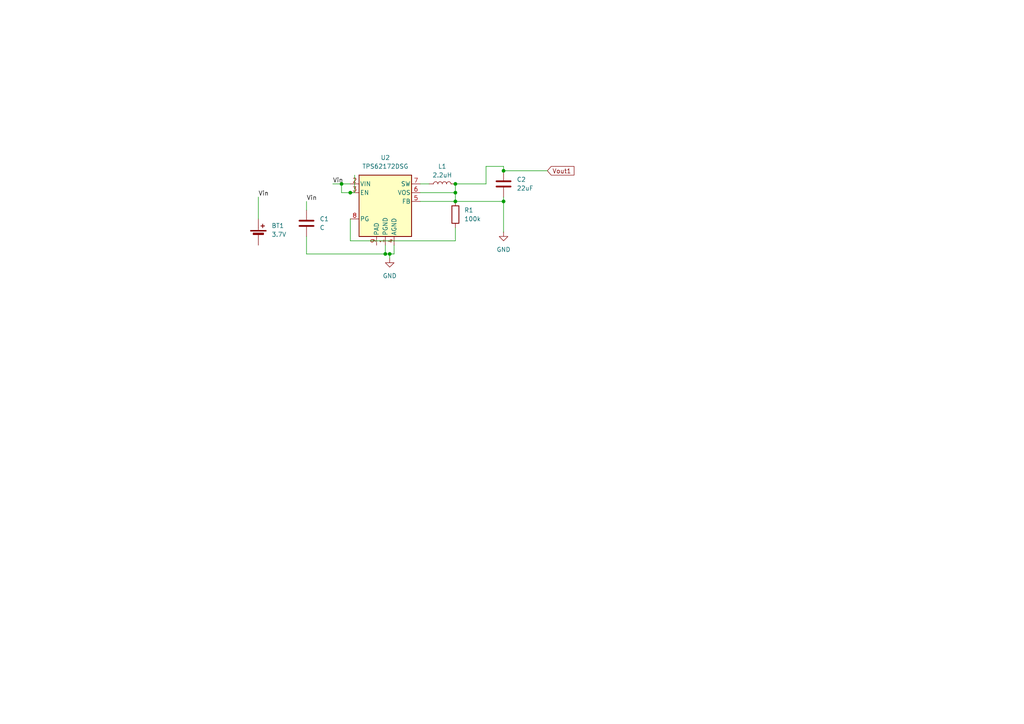
<source format=kicad_sch>
(kicad_sch
	(version 20231120)
	(generator "eeschema")
	(generator_version "8.0")
	(uuid "69b89bc5-ef32-4b14-b574-fcede0ff2705")
	(paper "A4")
	(lib_symbols
		(symbol "Device:Battery_Cell"
			(pin_numbers hide)
			(pin_names
				(offset 0) hide)
			(exclude_from_sim no)
			(in_bom yes)
			(on_board yes)
			(property "Reference" "BT"
				(at 2.54 2.54 0)
				(effects
					(font
						(size 1.27 1.27)
					)
					(justify left)
				)
			)
			(property "Value" "Battery_Cell"
				(at 2.54 0 0)
				(effects
					(font
						(size 1.27 1.27)
					)
					(justify left)
				)
			)
			(property "Footprint" ""
				(at 0 1.524 90)
				(effects
					(font
						(size 1.27 1.27)
					)
					(hide yes)
				)
			)
			(property "Datasheet" "~"
				(at 0 1.524 90)
				(effects
					(font
						(size 1.27 1.27)
					)
					(hide yes)
				)
			)
			(property "Description" "Single-cell battery"
				(at 0 0 0)
				(effects
					(font
						(size 1.27 1.27)
					)
					(hide yes)
				)
			)
			(property "ki_keywords" "battery cell"
				(at 0 0 0)
				(effects
					(font
						(size 1.27 1.27)
					)
					(hide yes)
				)
			)
			(symbol "Battery_Cell_0_1"
				(rectangle
					(start -2.286 1.778)
					(end 2.286 1.524)
					(stroke
						(width 0)
						(type default)
					)
					(fill
						(type outline)
					)
				)
				(rectangle
					(start -1.524 1.016)
					(end 1.524 0.508)
					(stroke
						(width 0)
						(type default)
					)
					(fill
						(type outline)
					)
				)
				(polyline
					(pts
						(xy 0 0.762) (xy 0 0)
					)
					(stroke
						(width 0)
						(type default)
					)
					(fill
						(type none)
					)
				)
				(polyline
					(pts
						(xy 0 1.778) (xy 0 2.54)
					)
					(stroke
						(width 0)
						(type default)
					)
					(fill
						(type none)
					)
				)
				(polyline
					(pts
						(xy 0.762 3.048) (xy 1.778 3.048)
					)
					(stroke
						(width 0.254)
						(type default)
					)
					(fill
						(type none)
					)
				)
				(polyline
					(pts
						(xy 1.27 3.556) (xy 1.27 2.54)
					)
					(stroke
						(width 0.254)
						(type default)
					)
					(fill
						(type none)
					)
				)
			)
			(symbol "Battery_Cell_1_1"
				(pin passive line
					(at 0 5.08 270)
					(length 2.54)
					(name "+"
						(effects
							(font
								(size 1.27 1.27)
							)
						)
					)
					(number "1"
						(effects
							(font
								(size 1.27 1.27)
							)
						)
					)
				)
				(pin passive line
					(at 0 -2.54 90)
					(length 2.54)
					(name "-"
						(effects
							(font
								(size 1.27 1.27)
							)
						)
					)
					(number "2"
						(effects
							(font
								(size 1.27 1.27)
							)
						)
					)
				)
			)
		)
		(symbol "Device:C"
			(pin_numbers hide)
			(pin_names
				(offset 0.254)
			)
			(exclude_from_sim no)
			(in_bom yes)
			(on_board yes)
			(property "Reference" "C"
				(at 0.635 2.54 0)
				(effects
					(font
						(size 1.27 1.27)
					)
					(justify left)
				)
			)
			(property "Value" "C"
				(at 0.635 -2.54 0)
				(effects
					(font
						(size 1.27 1.27)
					)
					(justify left)
				)
			)
			(property "Footprint" ""
				(at 0.9652 -3.81 0)
				(effects
					(font
						(size 1.27 1.27)
					)
					(hide yes)
				)
			)
			(property "Datasheet" "~"
				(at 0 0 0)
				(effects
					(font
						(size 1.27 1.27)
					)
					(hide yes)
				)
			)
			(property "Description" "Unpolarized capacitor"
				(at 0 0 0)
				(effects
					(font
						(size 1.27 1.27)
					)
					(hide yes)
				)
			)
			(property "ki_keywords" "cap capacitor"
				(at 0 0 0)
				(effects
					(font
						(size 1.27 1.27)
					)
					(hide yes)
				)
			)
			(property "ki_fp_filters" "C_*"
				(at 0 0 0)
				(effects
					(font
						(size 1.27 1.27)
					)
					(hide yes)
				)
			)
			(symbol "C_0_1"
				(polyline
					(pts
						(xy -2.032 -0.762) (xy 2.032 -0.762)
					)
					(stroke
						(width 0.508)
						(type default)
					)
					(fill
						(type none)
					)
				)
				(polyline
					(pts
						(xy -2.032 0.762) (xy 2.032 0.762)
					)
					(stroke
						(width 0.508)
						(type default)
					)
					(fill
						(type none)
					)
				)
			)
			(symbol "C_1_1"
				(pin passive line
					(at 0 3.81 270)
					(length 2.794)
					(name "~"
						(effects
							(font
								(size 1.27 1.27)
							)
						)
					)
					(number "1"
						(effects
							(font
								(size 1.27 1.27)
							)
						)
					)
				)
				(pin passive line
					(at 0 -3.81 90)
					(length 2.794)
					(name "~"
						(effects
							(font
								(size 1.27 1.27)
							)
						)
					)
					(number "2"
						(effects
							(font
								(size 1.27 1.27)
							)
						)
					)
				)
			)
		)
		(symbol "Device:L"
			(pin_numbers hide)
			(pin_names
				(offset 1.016) hide)
			(exclude_from_sim no)
			(in_bom yes)
			(on_board yes)
			(property "Reference" "L"
				(at -1.27 0 90)
				(effects
					(font
						(size 1.27 1.27)
					)
				)
			)
			(property "Value" "L"
				(at 1.905 0 90)
				(effects
					(font
						(size 1.27 1.27)
					)
				)
			)
			(property "Footprint" ""
				(at 0 0 0)
				(effects
					(font
						(size 1.27 1.27)
					)
					(hide yes)
				)
			)
			(property "Datasheet" "~"
				(at 0 0 0)
				(effects
					(font
						(size 1.27 1.27)
					)
					(hide yes)
				)
			)
			(property "Description" "Inductor"
				(at 0 0 0)
				(effects
					(font
						(size 1.27 1.27)
					)
					(hide yes)
				)
			)
			(property "ki_keywords" "inductor choke coil reactor magnetic"
				(at 0 0 0)
				(effects
					(font
						(size 1.27 1.27)
					)
					(hide yes)
				)
			)
			(property "ki_fp_filters" "Choke_* *Coil* Inductor_* L_*"
				(at 0 0 0)
				(effects
					(font
						(size 1.27 1.27)
					)
					(hide yes)
				)
			)
			(symbol "L_0_1"
				(arc
					(start 0 -2.54)
					(mid 0.6323 -1.905)
					(end 0 -1.27)
					(stroke
						(width 0)
						(type default)
					)
					(fill
						(type none)
					)
				)
				(arc
					(start 0 -1.27)
					(mid 0.6323 -0.635)
					(end 0 0)
					(stroke
						(width 0)
						(type default)
					)
					(fill
						(type none)
					)
				)
				(arc
					(start 0 0)
					(mid 0.6323 0.635)
					(end 0 1.27)
					(stroke
						(width 0)
						(type default)
					)
					(fill
						(type none)
					)
				)
				(arc
					(start 0 1.27)
					(mid 0.6323 1.905)
					(end 0 2.54)
					(stroke
						(width 0)
						(type default)
					)
					(fill
						(type none)
					)
				)
			)
			(symbol "L_1_1"
				(pin passive line
					(at 0 3.81 270)
					(length 1.27)
					(name "1"
						(effects
							(font
								(size 1.27 1.27)
							)
						)
					)
					(number "1"
						(effects
							(font
								(size 1.27 1.27)
							)
						)
					)
				)
				(pin passive line
					(at 0 -3.81 90)
					(length 1.27)
					(name "2"
						(effects
							(font
								(size 1.27 1.27)
							)
						)
					)
					(number "2"
						(effects
							(font
								(size 1.27 1.27)
							)
						)
					)
				)
			)
		)
		(symbol "Device:R"
			(pin_numbers hide)
			(pin_names
				(offset 0)
			)
			(exclude_from_sim no)
			(in_bom yes)
			(on_board yes)
			(property "Reference" "R"
				(at 2.032 0 90)
				(effects
					(font
						(size 1.27 1.27)
					)
				)
			)
			(property "Value" "R"
				(at 0 0 90)
				(effects
					(font
						(size 1.27 1.27)
					)
				)
			)
			(property "Footprint" ""
				(at -1.778 0 90)
				(effects
					(font
						(size 1.27 1.27)
					)
					(hide yes)
				)
			)
			(property "Datasheet" "~"
				(at 0 0 0)
				(effects
					(font
						(size 1.27 1.27)
					)
					(hide yes)
				)
			)
			(property "Description" "Resistor"
				(at 0 0 0)
				(effects
					(font
						(size 1.27 1.27)
					)
					(hide yes)
				)
			)
			(property "ki_keywords" "R res resistor"
				(at 0 0 0)
				(effects
					(font
						(size 1.27 1.27)
					)
					(hide yes)
				)
			)
			(property "ki_fp_filters" "R_*"
				(at 0 0 0)
				(effects
					(font
						(size 1.27 1.27)
					)
					(hide yes)
				)
			)
			(symbol "R_0_1"
				(rectangle
					(start -1.016 -2.54)
					(end 1.016 2.54)
					(stroke
						(width 0.254)
						(type default)
					)
					(fill
						(type none)
					)
				)
			)
			(symbol "R_1_1"
				(pin passive line
					(at 0 3.81 270)
					(length 1.27)
					(name "~"
						(effects
							(font
								(size 1.27 1.27)
							)
						)
					)
					(number "1"
						(effects
							(font
								(size 1.27 1.27)
							)
						)
					)
				)
				(pin passive line
					(at 0 -3.81 90)
					(length 1.27)
					(name "~"
						(effects
							(font
								(size 1.27 1.27)
							)
						)
					)
					(number "2"
						(effects
							(font
								(size 1.27 1.27)
							)
						)
					)
				)
			)
		)
		(symbol "Regulator_Switching:TPS62172DSG"
			(pin_names
				(offset 0.254)
			)
			(exclude_from_sim no)
			(in_bom yes)
			(on_board yes)
			(property "Reference" "U"
				(at -7.62 11.43 0)
				(effects
					(font
						(size 1.27 1.27)
					)
					(justify left)
				)
			)
			(property "Value" "TPS62172DSG"
				(at -1.27 11.43 0)
				(effects
					(font
						(size 1.27 1.27)
					)
					(justify left)
				)
			)
			(property "Footprint" "Package_SON:WSON-8-1EP_2x2mm_P0.5mm_EP0.9x1.6mm_ThermalVias"
				(at 3.81 -8.89 0)
				(effects
					(font
						(size 1.27 1.27)
					)
					(justify left)
					(hide yes)
				)
			)
			(property "Datasheet" "http://www.ti.com/lit/ds/symlink/tps62170.pdf"
				(at 0 13.97 0)
				(effects
					(font
						(size 1.27 1.27)
					)
					(hide yes)
				)
			)
			(property "Description" "500mA Step-Down Converter with DCS-Control, fixed 3.3V output, 3-17V input voltage, WSON-8"
				(at 0 0 0)
				(effects
					(font
						(size 1.27 1.27)
					)
					(hide yes)
				)
			)
			(property "ki_keywords" "step-down dc-dc buck regulator"
				(at 0 0 0)
				(effects
					(font
						(size 1.27 1.27)
					)
					(hide yes)
				)
			)
			(property "ki_fp_filters" "WSON*EP*2x2mm*P0.5mm*"
				(at 0 0 0)
				(effects
					(font
						(size 1.27 1.27)
					)
					(hide yes)
				)
			)
			(symbol "TPS62172DSG_0_1"
				(rectangle
					(start -7.62 10.16)
					(end 7.62 -7.62)
					(stroke
						(width 0.254)
						(type default)
					)
					(fill
						(type background)
					)
				)
			)
			(symbol "TPS62172DSG_1_1"
				(pin power_in line
					(at 0 -10.16 90)
					(length 2.54)
					(name "PGND"
						(effects
							(font
								(size 1.27 1.27)
							)
						)
					)
					(number "1"
						(effects
							(font
								(size 1.27 1.27)
							)
						)
					)
				)
				(pin power_in line
					(at -10.16 7.62 0)
					(length 2.54)
					(name "VIN"
						(effects
							(font
								(size 1.27 1.27)
							)
						)
					)
					(number "2"
						(effects
							(font
								(size 1.27 1.27)
							)
						)
					)
				)
				(pin input line
					(at -10.16 5.08 0)
					(length 2.54)
					(name "EN"
						(effects
							(font
								(size 1.27 1.27)
							)
						)
					)
					(number "3"
						(effects
							(font
								(size 1.27 1.27)
							)
						)
					)
				)
				(pin power_in line
					(at 2.54 -10.16 90)
					(length 2.54)
					(name "AGND"
						(effects
							(font
								(size 1.27 1.27)
							)
						)
					)
					(number "4"
						(effects
							(font
								(size 1.27 1.27)
							)
						)
					)
				)
				(pin input line
					(at 10.16 2.54 180)
					(length 2.54)
					(name "FB"
						(effects
							(font
								(size 1.27 1.27)
							)
						)
					)
					(number "5"
						(effects
							(font
								(size 1.27 1.27)
							)
						)
					)
				)
				(pin input line
					(at 10.16 5.08 180)
					(length 2.54)
					(name "VOS"
						(effects
							(font
								(size 1.27 1.27)
							)
						)
					)
					(number "6"
						(effects
							(font
								(size 1.27 1.27)
							)
						)
					)
				)
				(pin output line
					(at 10.16 7.62 180)
					(length 2.54)
					(name "SW"
						(effects
							(font
								(size 1.27 1.27)
							)
						)
					)
					(number "7"
						(effects
							(font
								(size 1.27 1.27)
							)
						)
					)
				)
				(pin open_collector line
					(at -10.16 -2.54 0)
					(length 2.54)
					(name "PG"
						(effects
							(font
								(size 1.27 1.27)
							)
						)
					)
					(number "8"
						(effects
							(font
								(size 1.27 1.27)
							)
						)
					)
				)
				(pin power_in line
					(at -2.54 -10.16 90)
					(length 2.54)
					(name "PAD"
						(effects
							(font
								(size 1.27 1.27)
							)
						)
					)
					(number "9"
						(effects
							(font
								(size 1.27 1.27)
							)
						)
					)
				)
			)
		)
		(symbol "power:GND"
			(power)
			(pin_numbers hide)
			(pin_names
				(offset 0) hide)
			(exclude_from_sim no)
			(in_bom yes)
			(on_board yes)
			(property "Reference" "#PWR"
				(at 0 -6.35 0)
				(effects
					(font
						(size 1.27 1.27)
					)
					(hide yes)
				)
			)
			(property "Value" "GND"
				(at 0 -3.81 0)
				(effects
					(font
						(size 1.27 1.27)
					)
				)
			)
			(property "Footprint" ""
				(at 0 0 0)
				(effects
					(font
						(size 1.27 1.27)
					)
					(hide yes)
				)
			)
			(property "Datasheet" ""
				(at 0 0 0)
				(effects
					(font
						(size 1.27 1.27)
					)
					(hide yes)
				)
			)
			(property "Description" "Power symbol creates a global label with name \"GND\" , ground"
				(at 0 0 0)
				(effects
					(font
						(size 1.27 1.27)
					)
					(hide yes)
				)
			)
			(property "ki_keywords" "global power"
				(at 0 0 0)
				(effects
					(font
						(size 1.27 1.27)
					)
					(hide yes)
				)
			)
			(symbol "GND_0_1"
				(polyline
					(pts
						(xy 0 0) (xy 0 -1.27) (xy 1.27 -1.27) (xy 0 -2.54) (xy -1.27 -1.27) (xy 0 -1.27)
					)
					(stroke
						(width 0)
						(type default)
					)
					(fill
						(type none)
					)
				)
			)
			(symbol "GND_1_1"
				(pin power_in line
					(at 0 0 270)
					(length 0)
					(name "~"
						(effects
							(font
								(size 1.27 1.27)
							)
						)
					)
					(number "1"
						(effects
							(font
								(size 1.27 1.27)
							)
						)
					)
				)
			)
		)
	)
	(junction
		(at 132.08 53.34)
		(diameter 0)
		(color 0 0 0 0)
		(uuid "12c9a90b-33e8-43a7-a182-5ab1bf759e9d")
	)
	(junction
		(at 132.08 58.42)
		(diameter 0)
		(color 0 0 0 0)
		(uuid "14f157d7-0784-47ab-a3a3-5c4886f47694")
	)
	(junction
		(at 101.6 55.88)
		(diameter 0)
		(color 0 0 0 0)
		(uuid "1bb535d1-dbdf-41ea-88af-64c2ea926dbd")
	)
	(junction
		(at 146.05 58.42)
		(diameter 0)
		(color 0 0 0 0)
		(uuid "4d546a17-5723-4362-aa22-42db9334fcb1")
	)
	(junction
		(at 113.03 73.66)
		(diameter 0)
		(color 0 0 0 0)
		(uuid "4dd508c7-c800-454a-9545-e598cd14239d")
	)
	(junction
		(at 146.05 49.53)
		(diameter 0)
		(color 0 0 0 0)
		(uuid "cbbb5380-dfda-4de0-aad8-f79b8cf326be")
	)
	(junction
		(at 99.06 53.34)
		(diameter 0)
		(color 0 0 0 0)
		(uuid "d9f2d979-746f-4aee-b718-42164aa3d1fb")
	)
	(junction
		(at 111.76 73.66)
		(diameter 0)
		(color 0 0 0 0)
		(uuid "e6227b71-8a22-4971-98d2-d729ca46a49f")
	)
	(junction
		(at 132.08 55.88)
		(diameter 0)
		(color 0 0 0 0)
		(uuid "f2db38bc-5a24-464f-a4c2-c92996388c84")
	)
	(wire
		(pts
			(xy 101.6 55.88) (xy 99.06 55.88)
		)
		(stroke
			(width 0)
			(type default)
		)
		(uuid "0b03ff7a-6266-49bb-b3e8-a205a6174af2")
	)
	(wire
		(pts
			(xy 88.9 73.66) (xy 111.76 73.66)
		)
		(stroke
			(width 0)
			(type default)
		)
		(uuid "0eef1f80-cc9b-44d5-9cf9-c85389b1db1e")
	)
	(wire
		(pts
			(xy 132.08 53.34) (xy 140.97 53.34)
		)
		(stroke
			(width 0)
			(type default)
		)
		(uuid "1ce7fb57-4442-416a-ac7c-a71a84ce4a7a")
	)
	(wire
		(pts
			(xy 146.05 48.26) (xy 146.05 49.53)
		)
		(stroke
			(width 0)
			(type default)
		)
		(uuid "20e0712c-afa9-45b9-a936-4e506d488cab")
	)
	(wire
		(pts
			(xy 99.06 55.88) (xy 99.06 53.34)
		)
		(stroke
			(width 0)
			(type default)
		)
		(uuid "2e3b46ba-213c-4897-ac3b-a9709285023a")
	)
	(wire
		(pts
			(xy 114.3 71.12) (xy 114.3 73.66)
		)
		(stroke
			(width 0)
			(type default)
		)
		(uuid "2ef25102-365c-443e-8017-b0779fae76a6")
	)
	(wire
		(pts
			(xy 146.05 57.15) (xy 146.05 58.42)
		)
		(stroke
			(width 0)
			(type default)
		)
		(uuid "39071467-f373-43a9-a3df-37e33837e559")
	)
	(wire
		(pts
			(xy 111.76 73.66) (xy 113.03 73.66)
		)
		(stroke
			(width 0)
			(type default)
		)
		(uuid "3a1bb05d-4b04-43c0-a8d2-6b660eda5420")
	)
	(wire
		(pts
			(xy 74.93 57.15) (xy 74.93 63.5)
		)
		(stroke
			(width 0)
			(type default)
		)
		(uuid "42ba40e3-5345-4ab2-a8a5-7a33ca7a7619")
	)
	(wire
		(pts
			(xy 132.08 55.88) (xy 132.08 58.42)
		)
		(stroke
			(width 0)
			(type default)
		)
		(uuid "489a6946-6721-4165-97f9-97e5fcde5eac")
	)
	(wire
		(pts
			(xy 102.87 55.88) (xy 101.6 55.88)
		)
		(stroke
			(width 0)
			(type default)
		)
		(uuid "5663841f-3be0-4035-8977-a6a98c494178")
	)
	(wire
		(pts
			(xy 102.87 50.8) (xy 102.87 55.88)
		)
		(stroke
			(width 0)
			(type default)
		)
		(uuid "61347438-6bd4-4143-8f37-d67347c848e0")
	)
	(wire
		(pts
			(xy 140.97 48.26) (xy 146.05 48.26)
		)
		(stroke
			(width 0)
			(type default)
		)
		(uuid "61f757b1-76f2-446f-9e04-82b3e98241e4")
	)
	(wire
		(pts
			(xy 132.08 53.34) (xy 132.08 55.88)
		)
		(stroke
			(width 0)
			(type default)
		)
		(uuid "683d09ae-3c56-420b-bce4-b9add6e8acc9")
	)
	(wire
		(pts
			(xy 99.06 53.34) (xy 101.6 53.34)
		)
		(stroke
			(width 0)
			(type default)
		)
		(uuid "6eba356f-d0ed-4e8c-ac6a-7851d0cecd7d")
	)
	(wire
		(pts
			(xy 113.03 73.66) (xy 113.03 74.93)
		)
		(stroke
			(width 0)
			(type default)
		)
		(uuid "8fb6c45b-7245-43a6-bd72-0a15d8c85288")
	)
	(wire
		(pts
			(xy 146.05 49.53) (xy 158.75 49.53)
		)
		(stroke
			(width 0)
			(type default)
		)
		(uuid "9e0c3ce7-e5ac-49b0-a089-82702c38fb78")
	)
	(wire
		(pts
			(xy 146.05 58.42) (xy 146.05 67.31)
		)
		(stroke
			(width 0)
			(type default)
		)
		(uuid "a69f4ad4-f767-4950-a864-eeaeafc2f879")
	)
	(wire
		(pts
			(xy 88.9 68.58) (xy 88.9 73.66)
		)
		(stroke
			(width 0)
			(type default)
		)
		(uuid "a7a0c163-aebb-42c9-bd2b-430f88bd724f")
	)
	(wire
		(pts
			(xy 121.92 58.42) (xy 132.08 58.42)
		)
		(stroke
			(width 0)
			(type default)
		)
		(uuid "ae903998-8d68-46fa-9df9-8b3fb03c7e75")
	)
	(wire
		(pts
			(xy 96.52 53.34) (xy 99.06 53.34)
		)
		(stroke
			(width 0)
			(type default)
		)
		(uuid "b10f4617-7a3f-43de-a9d1-6aa09dab8d0a")
	)
	(wire
		(pts
			(xy 132.08 58.42) (xy 146.05 58.42)
		)
		(stroke
			(width 0)
			(type default)
		)
		(uuid "b8410fca-4655-479e-bbd7-ff21d8e7d6f0")
	)
	(wire
		(pts
			(xy 121.92 55.88) (xy 132.08 55.88)
		)
		(stroke
			(width 0)
			(type default)
		)
		(uuid "b8df76df-c1b6-4c89-ad27-c9b40ae0033b")
	)
	(wire
		(pts
			(xy 101.6 69.85) (xy 132.08 69.85)
		)
		(stroke
			(width 0)
			(type default)
		)
		(uuid "c69f073b-2986-42f4-a890-83454f6ce1e6")
	)
	(wire
		(pts
			(xy 88.9 58.42) (xy 88.9 60.96)
		)
		(stroke
			(width 0)
			(type default)
		)
		(uuid "c9f09291-e916-4e5c-bc6c-2749213e02e4")
	)
	(wire
		(pts
			(xy 101.6 63.5) (xy 101.6 69.85)
		)
		(stroke
			(width 0)
			(type default)
		)
		(uuid "cdcc2fb1-504e-4480-8b32-714610e4cecd")
	)
	(wire
		(pts
			(xy 111.76 71.12) (xy 111.76 73.66)
		)
		(stroke
			(width 0)
			(type default)
		)
		(uuid "d21e5c41-e79a-4dd5-a075-6084dc856067")
	)
	(wire
		(pts
			(xy 132.08 69.85) (xy 132.08 66.04)
		)
		(stroke
			(width 0)
			(type default)
		)
		(uuid "d7630d89-ba3a-4eae-9f1e-31f311c18d29")
	)
	(wire
		(pts
			(xy 121.92 53.34) (xy 124.46 53.34)
		)
		(stroke
			(width 0)
			(type default)
		)
		(uuid "dbd1171d-db1c-4bf9-aede-01ab0be791ab")
	)
	(wire
		(pts
			(xy 113.03 73.66) (xy 114.3 73.66)
		)
		(stroke
			(width 0)
			(type default)
		)
		(uuid "f9045901-9881-4eab-95bf-f2efcfbb9aa5")
	)
	(wire
		(pts
			(xy 140.97 53.34) (xy 140.97 48.26)
		)
		(stroke
			(width 0)
			(type default)
		)
		(uuid "fb1a3bdc-1f92-4ed4-87c9-e53187c4ec23")
	)
	(label "Vin"
		(at 96.52 53.34 0)
		(fields_autoplaced yes)
		(effects
			(font
				(size 1.27 1.27)
			)
			(justify left bottom)
		)
		(uuid "75bb203c-0ce7-4504-9192-19fe433fb2cd")
	)
	(label "Vin"
		(at 74.93 57.15 0)
		(fields_autoplaced yes)
		(effects
			(font
				(size 1.27 1.27)
			)
			(justify left bottom)
		)
		(uuid "797a869f-8399-498b-bee1-05c1ac51fa8f")
	)
	(label "Vin"
		(at 88.9 58.42 0)
		(fields_autoplaced yes)
		(effects
			(font
				(size 1.27 1.27)
			)
			(justify left bottom)
		)
		(uuid "da4af1ff-cba9-4e1b-95cb-665634bc24f4")
	)
	(global_label "Vout1"
		(shape input)
		(at 158.75 49.53 0)
		(fields_autoplaced yes)
		(effects
			(font
				(size 1.27 1.27)
			)
			(justify left)
		)
		(uuid "f6d6b2b8-8de2-49de-a62c-5860e797d754")
		(property "Intersheetrefs" "${INTERSHEET_REFS}"
			(at 167.057 49.53 0)
			(effects
				(font
					(size 1.27 1.27)
				)
				(justify left)
				(hide yes)
			)
		)
	)
	(symbol
		(lib_id "power:GND")
		(at 113.03 74.93 0)
		(unit 1)
		(exclude_from_sim no)
		(in_bom yes)
		(on_board yes)
		(dnp no)
		(fields_autoplaced yes)
		(uuid "2b4cc701-ea99-4618-af6c-083c7c3991ae")
		(property "Reference" "#PWR01"
			(at 113.03 81.28 0)
			(effects
				(font
					(size 1.27 1.27)
				)
				(hide yes)
			)
		)
		(property "Value" "GND"
			(at 113.03 80.01 0)
			(effects
				(font
					(size 1.27 1.27)
				)
			)
		)
		(property "Footprint" ""
			(at 113.03 74.93 0)
			(effects
				(font
					(size 1.27 1.27)
				)
				(hide yes)
			)
		)
		(property "Datasheet" ""
			(at 113.03 74.93 0)
			(effects
				(font
					(size 1.27 1.27)
				)
				(hide yes)
			)
		)
		(property "Description" "Power symbol creates a global label with name \"GND\" , ground"
			(at 113.03 74.93 0)
			(effects
				(font
					(size 1.27 1.27)
				)
				(hide yes)
			)
		)
		(pin "1"
			(uuid "f24c92f7-0d4d-4f78-9b11-d30cb24d16a3")
		)
		(instances
			(project ""
				(path "/69b89bc5-ef32-4b14-b574-fcede0ff2705"
					(reference "#PWR01")
					(unit 1)
				)
			)
		)
	)
	(symbol
		(lib_id "Device:L")
		(at 128.27 53.34 90)
		(unit 1)
		(exclude_from_sim no)
		(in_bom yes)
		(on_board yes)
		(dnp no)
		(fields_autoplaced yes)
		(uuid "34c61925-aff6-4eda-89f1-06a779002ed7")
		(property "Reference" "L1"
			(at 128.27 48.26 90)
			(effects
				(font
					(size 1.27 1.27)
				)
			)
		)
		(property "Value" "2.2uH"
			(at 128.27 50.8 90)
			(effects
				(font
					(size 1.27 1.27)
				)
			)
		)
		(property "Footprint" ""
			(at 128.27 53.34 0)
			(effects
				(font
					(size 1.27 1.27)
				)
				(hide yes)
			)
		)
		(property "Datasheet" "~"
			(at 128.27 53.34 0)
			(effects
				(font
					(size 1.27 1.27)
				)
				(hide yes)
			)
		)
		(property "Description" "Inductor"
			(at 128.27 53.34 0)
			(effects
				(font
					(size 1.27 1.27)
				)
				(hide yes)
			)
		)
		(pin "2"
			(uuid "13459231-37c8-4981-ada3-2b2d35661563")
		)
		(pin "1"
			(uuid "eb1c4f2c-aa36-43a3-ae88-6d63c8225c36")
		)
		(instances
			(project ""
				(path "/69b89bc5-ef32-4b14-b574-fcede0ff2705"
					(reference "L1")
					(unit 1)
				)
			)
		)
	)
	(symbol
		(lib_id "Device:Battery_Cell")
		(at 74.93 68.58 0)
		(unit 1)
		(exclude_from_sim no)
		(in_bom yes)
		(on_board yes)
		(dnp no)
		(fields_autoplaced yes)
		(uuid "3c84f248-2105-4c5e-8bea-b91adee0cda2")
		(property "Reference" "BT1"
			(at 78.74 65.4684 0)
			(effects
				(font
					(size 1.27 1.27)
				)
				(justify left)
			)
		)
		(property "Value" "3.7V"
			(at 78.74 68.0084 0)
			(effects
				(font
					(size 1.27 1.27)
				)
				(justify left)
			)
		)
		(property "Footprint" ""
			(at 74.93 67.056 90)
			(effects
				(font
					(size 1.27 1.27)
				)
				(hide yes)
			)
		)
		(property "Datasheet" "~"
			(at 74.93 67.056 90)
			(effects
				(font
					(size 1.27 1.27)
				)
				(hide yes)
			)
		)
		(property "Description" "Single-cell battery"
			(at 74.93 68.58 0)
			(effects
				(font
					(size 1.27 1.27)
				)
				(hide yes)
			)
		)
		(pin "1"
			(uuid "ba0bfdff-502a-4098-92ff-e80c70a686af")
		)
		(pin "2"
			(uuid "23ce661b-fcf5-4d66-963b-48ebc62056ad")
		)
		(instances
			(project ""
				(path "/69b89bc5-ef32-4b14-b574-fcede0ff2705"
					(reference "BT1")
					(unit 1)
				)
			)
		)
	)
	(symbol
		(lib_id "Device:R")
		(at 132.08 62.23 0)
		(unit 1)
		(exclude_from_sim no)
		(in_bom yes)
		(on_board yes)
		(dnp no)
		(fields_autoplaced yes)
		(uuid "43ba33f8-e4c4-40a8-b257-400ef0a2b4bb")
		(property "Reference" "R1"
			(at 134.62 60.9599 0)
			(effects
				(font
					(size 1.27 1.27)
				)
				(justify left)
			)
		)
		(property "Value" "100k"
			(at 134.62 63.4999 0)
			(effects
				(font
					(size 1.27 1.27)
				)
				(justify left)
			)
		)
		(property "Footprint" ""
			(at 130.302 62.23 90)
			(effects
				(font
					(size 1.27 1.27)
				)
				(hide yes)
			)
		)
		(property "Datasheet" "~"
			(at 132.08 62.23 0)
			(effects
				(font
					(size 1.27 1.27)
				)
				(hide yes)
			)
		)
		(property "Description" "Resistor"
			(at 132.08 62.23 0)
			(effects
				(font
					(size 1.27 1.27)
				)
				(hide yes)
			)
		)
		(pin "1"
			(uuid "52481901-0ebe-44b0-a83e-388f2e0c3e26")
		)
		(pin "2"
			(uuid "6eca5543-d542-4977-9ad4-40529a77bddc")
		)
		(instances
			(project ""
				(path "/69b89bc5-ef32-4b14-b574-fcede0ff2705"
					(reference "R1")
					(unit 1)
				)
			)
		)
	)
	(symbol
		(lib_id "power:GND")
		(at 146.05 67.31 0)
		(unit 1)
		(exclude_from_sim no)
		(in_bom yes)
		(on_board yes)
		(dnp no)
		(fields_autoplaced yes)
		(uuid "60116e9e-2eb9-443e-9a04-db10ccac7590")
		(property "Reference" "#PWR02"
			(at 146.05 73.66 0)
			(effects
				(font
					(size 1.27 1.27)
				)
				(hide yes)
			)
		)
		(property "Value" "GND"
			(at 146.05 72.39 0)
			(effects
				(font
					(size 1.27 1.27)
				)
			)
		)
		(property "Footprint" ""
			(at 146.05 67.31 0)
			(effects
				(font
					(size 1.27 1.27)
				)
				(hide yes)
			)
		)
		(property "Datasheet" ""
			(at 146.05 67.31 0)
			(effects
				(font
					(size 1.27 1.27)
				)
				(hide yes)
			)
		)
		(property "Description" "Power symbol creates a global label with name \"GND\" , ground"
			(at 146.05 67.31 0)
			(effects
				(font
					(size 1.27 1.27)
				)
				(hide yes)
			)
		)
		(pin "1"
			(uuid "f752b0aa-23a1-45f9-8f25-3b3969b8694e")
		)
		(instances
			(project ""
				(path "/69b89bc5-ef32-4b14-b574-fcede0ff2705"
					(reference "#PWR02")
					(unit 1)
				)
			)
		)
	)
	(symbol
		(lib_id "Regulator_Switching:TPS62172DSG")
		(at 111.76 60.96 0)
		(unit 1)
		(exclude_from_sim no)
		(in_bom yes)
		(on_board yes)
		(dnp no)
		(fields_autoplaced yes)
		(uuid "907387a5-758f-4087-97a9-560f90738848")
		(property "Reference" "U2"
			(at 111.76 45.72 0)
			(effects
				(font
					(size 1.27 1.27)
				)
			)
		)
		(property "Value" "TPS62172DSG"
			(at 111.76 48.26 0)
			(effects
				(font
					(size 1.27 1.27)
				)
			)
		)
		(property "Footprint" "Package_SON:WSON-8-1EP_2x2mm_P0.5mm_EP0.9x1.6mm_ThermalVias"
			(at 115.57 69.85 0)
			(effects
				(font
					(size 1.27 1.27)
				)
				(justify left)
				(hide yes)
			)
		)
		(property "Datasheet" "http://www.ti.com/lit/ds/symlink/tps62170.pdf"
			(at 111.76 46.99 0)
			(effects
				(font
					(size 1.27 1.27)
				)
				(hide yes)
			)
		)
		(property "Description" "500mA Step-Down Converter with DCS-Control, fixed 3.3V output, 3-17V input voltage, WSON-8"
			(at 111.76 60.96 0)
			(effects
				(font
					(size 1.27 1.27)
				)
				(hide yes)
			)
		)
		(pin "3"
			(uuid "4f6b9c39-5bfc-4541-b358-0ed6ad53ca76")
		)
		(pin "7"
			(uuid "a18ac4cf-fbd2-4fde-bb85-0f2e393bc344")
		)
		(pin "4"
			(uuid "1fd63f2e-5d44-4eed-8b04-da079b6a68d7")
		)
		(pin "5"
			(uuid "629d393b-7c36-448e-bed2-dd3dfaefeae6")
		)
		(pin "9"
			(uuid "d5e0bc25-4190-4122-ba9f-46a8c9f5a26a")
		)
		(pin "8"
			(uuid "6d75b564-31cc-4c0e-8638-67e656581fb7")
		)
		(pin "2"
			(uuid "56001819-b65b-4dab-830b-1d31e8a19f67")
		)
		(pin "1"
			(uuid "f434c645-8305-483b-8760-949c27f818c6")
		)
		(pin "6"
			(uuid "c068b85d-266c-4ac3-8f64-d0a19cf93213")
		)
		(instances
			(project ""
				(path "/69b89bc5-ef32-4b14-b574-fcede0ff2705"
					(reference "U2")
					(unit 1)
				)
			)
		)
	)
	(symbol
		(lib_id "Device:C")
		(at 146.05 53.34 0)
		(unit 1)
		(exclude_from_sim no)
		(in_bom yes)
		(on_board yes)
		(dnp no)
		(fields_autoplaced yes)
		(uuid "b381d3a6-dec5-42d8-8965-57b15352d8c9")
		(property "Reference" "C2"
			(at 149.86 52.0699 0)
			(effects
				(font
					(size 1.27 1.27)
				)
				(justify left)
			)
		)
		(property "Value" "22uF"
			(at 149.86 54.6099 0)
			(effects
				(font
					(size 1.27 1.27)
				)
				(justify left)
			)
		)
		(property "Footprint" ""
			(at 147.0152 57.15 0)
			(effects
				(font
					(size 1.27 1.27)
				)
				(hide yes)
			)
		)
		(property "Datasheet" "~"
			(at 146.05 53.34 0)
			(effects
				(font
					(size 1.27 1.27)
				)
				(hide yes)
			)
		)
		(property "Description" "Unpolarized capacitor"
			(at 146.05 53.34 0)
			(effects
				(font
					(size 1.27 1.27)
				)
				(hide yes)
			)
		)
		(pin "2"
			(uuid "a0f73c7d-ddde-4c15-bdda-ba45bc020cbb")
		)
		(pin "1"
			(uuid "e12e443c-0ee1-41b3-85a2-29c8f424bc02")
		)
		(instances
			(project ""
				(path "/69b89bc5-ef32-4b14-b574-fcede0ff2705"
					(reference "C2")
					(unit 1)
				)
			)
		)
	)
	(symbol
		(lib_id "Device:C")
		(at 88.9 64.77 0)
		(unit 1)
		(exclude_from_sim no)
		(in_bom yes)
		(on_board yes)
		(dnp no)
		(fields_autoplaced yes)
		(uuid "caf023bd-7bfd-4bbf-997d-06ed1d07a5bf")
		(property "Reference" "C1"
			(at 92.71 63.4999 0)
			(effects
				(font
					(size 1.27 1.27)
				)
				(justify left)
			)
		)
		(property "Value" "C"
			(at 92.71 66.0399 0)
			(effects
				(font
					(size 1.27 1.27)
				)
				(justify left)
			)
		)
		(property "Footprint" ""
			(at 89.8652 68.58 0)
			(effects
				(font
					(size 1.27 1.27)
				)
				(hide yes)
			)
		)
		(property "Datasheet" "~"
			(at 88.9 64.77 0)
			(effects
				(font
					(size 1.27 1.27)
				)
				(hide yes)
			)
		)
		(property "Description" "Unpolarized capacitor"
			(at 88.9 64.77 0)
			(effects
				(font
					(size 1.27 1.27)
				)
				(hide yes)
			)
		)
		(pin "2"
			(uuid "5f4370c2-e014-4416-b84b-d335b4daaffb")
		)
		(pin "1"
			(uuid "e253c6bc-bddc-4291-978d-cf0a98b81018")
		)
		(instances
			(project ""
				(path "/69b89bc5-ef32-4b14-b574-fcede0ff2705"
					(reference "C1")
					(unit 1)
				)
			)
		)
	)
	(sheet_instances
		(path "/"
			(page "1")
		)
	)
)

</source>
